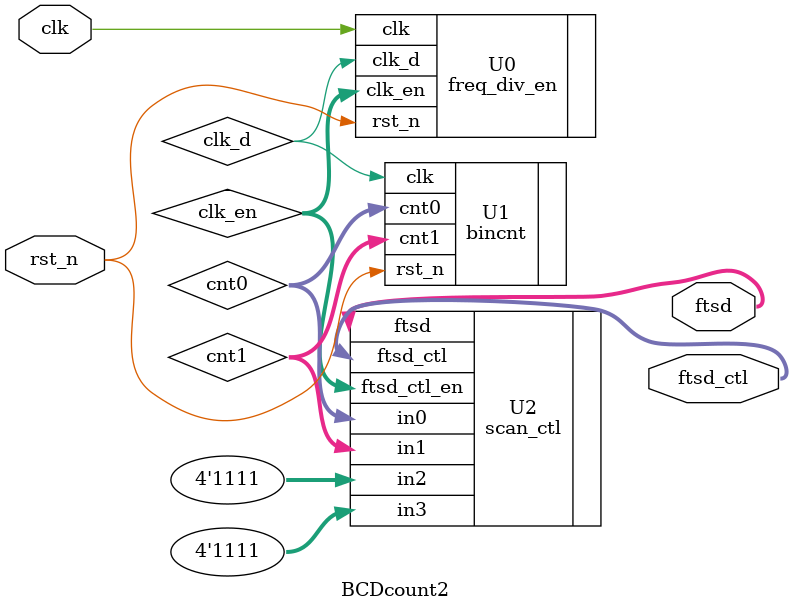
<source format=v>
`timescale 1ns / 1ps
module BCDcount2(
    input clk,
    input rst_n,
    output [14:0]ftsd,
    output [3:0] ftsd_ctl
    );
	 
	 wire clk_d;
	 wire [1:0] clk_en;
	 wire [3:0] cnt0;
	 wire [3:0] cnt1;

	freq_div_en U0(.clk(clk),.rst_n(rst_n),.clk_d(clk_d),.clk_en(clk_en)) ;
	bincnt U1(.clk(clk_d),.rst_n(rst_n),.cnt1(cnt1),.cnt0(cnt0));
	scan_ctl U2(.ftsd_ctl(ftsd_ctl),.ftsd(ftsd),.in0(cnt0),.in1(cnt1),.in2(4'b1111),.in3(4'b1111),.ftsd_ctl_en(clk_en));



endmodule

</source>
